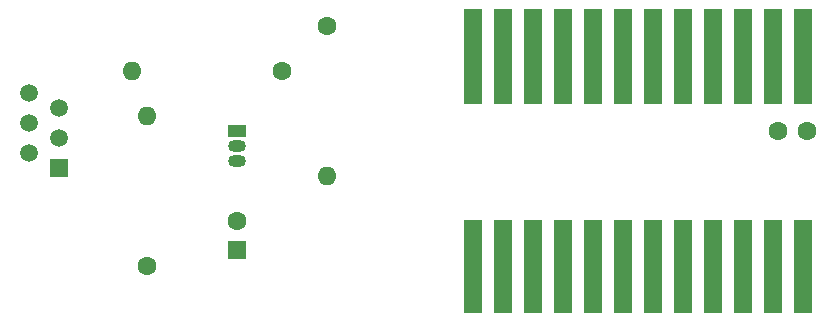
<source format=gbr>
%TF.GenerationSoftware,KiCad,Pcbnew,(6.0.9)*%
%TF.CreationDate,2022-11-22T09:39:27+01:00*%
%TF.ProjectId,esp32_ttgo_capaci.kicad_af,65737033-325f-4747-9467-6f5f63617061,rev?*%
%TF.SameCoordinates,Original*%
%TF.FileFunction,Copper,L2,Bot*%
%TF.FilePolarity,Positive*%
%FSLAX46Y46*%
G04 Gerber Fmt 4.6, Leading zero omitted, Abs format (unit mm)*
G04 Created by KiCad (PCBNEW (6.0.9)) date 2022-11-22 09:39:27*
%MOMM*%
%LPD*%
G01*
G04 APERTURE LIST*
%TA.AperFunction,ComponentPad*%
%ADD10C,1.600000*%
%TD*%
%TA.AperFunction,ComponentPad*%
%ADD11O,1.600000X1.600000*%
%TD*%
%TA.AperFunction,ComponentPad*%
%ADD12R,1.600000X1.600000*%
%TD*%
%TA.AperFunction,ComponentPad*%
%ADD13R,1.500000X1.050000*%
%TD*%
%TA.AperFunction,ComponentPad*%
%ADD14O,1.500000X1.050000*%
%TD*%
%TA.AperFunction,ComponentPad*%
%ADD15R,1.524000X3.000000*%
%TD*%
%TA.AperFunction,ComponentPad*%
%ADD16R,1.520000X1.520000*%
%TD*%
%TA.AperFunction,ComponentPad*%
%ADD17C,1.520000*%
%TD*%
G04 APERTURE END LIST*
D10*
%TO.P,R2,1*%
%TO.N,Net-(MCU1-Pad3)*%
X55880000Y-21590000D03*
D11*
%TO.P,R2,2*%
%TO.N,/3.3 volt*%
X55880000Y-34290000D03*
%TD*%
D12*
%TO.P,C1,1*%
%TO.N,/5 volt*%
X48260000Y-40600000D03*
D10*
%TO.P,C1,2*%
%TO.N,GND*%
X48260000Y-38100000D03*
%TD*%
D13*
%TO.P,Q1,1,C*%
%TO.N,Net-(MCU1-Pad3)*%
X48260000Y-30480000D03*
D14*
%TO.P,Q1,2,B*%
%TO.N,Net-(Q1-Pad2)*%
X48260000Y-31750000D03*
%TO.P,Q1,3,E*%
%TO.N,GND*%
X48260000Y-33020000D03*
%TD*%
D10*
%TO.P,R3,1*%
%TO.N,Net-(Q1-Pad2)*%
X52070000Y-25400000D03*
D11*
%TO.P,R3,2*%
%TO.N,Net-(J1-Pad5)*%
X39370000Y-25400000D03*
%TD*%
D10*
%TO.P,C2,1*%
%TO.N,/5 volt*%
X96520000Y-30480000D03*
%TO.P,C2,2*%
%TO.N,GND*%
X94020000Y-30480000D03*
%TD*%
D15*
%TO.P,MCU1,1,5V*%
%TO.N,/5 volt*%
X96175000Y-24257000D03*
X96175000Y-21590000D03*
X96175000Y-26797000D03*
%TO.P,MCU1,2,GND*%
%TO.N,GND*%
X93635000Y-24257000D03*
X93635000Y-21590000D03*
X93635000Y-26797000D03*
%TO.P,MCU1,3,GPIO27/ADC17/TOUCH7*%
%TO.N,Net-(MCU1-Pad3)*%
X91095000Y-26797000D03*
X91095000Y-24257000D03*
X91095000Y-21590000D03*
%TO.P,MCU1,4,GPIO26/ADC19/DAC2*%
%TO.N,unconnected-(MCU1-Pad4)*%
X88555000Y-21590000D03*
X88555000Y-26797000D03*
X88555000Y-24257000D03*
%TO.P,MCU1,5,GPIO25/ADC18/DAC1*%
%TO.N,unconnected-(MCU1-Pad5)*%
X86015000Y-21590000D03*
X86015000Y-24257000D03*
X86015000Y-26797000D03*
%TO.P,MCU1,6,GPIO33/ADC5/TOUCH8*%
%TO.N,unconnected-(MCU1-Pad6)*%
X83475000Y-26797000D03*
X83475000Y-24257000D03*
X83475000Y-21590000D03*
%TO.P,MCU1,7,GPIO32/ADC4/TOUCH9*%
%TO.N,unconnected-(MCU1-Pad7)*%
X80935000Y-24257000D03*
X80935000Y-21590000D03*
X80935000Y-26797000D03*
%TO.P,MCU1,8,GPIO39/ADC3/SVN*%
%TO.N,unconnected-(MCU1-Pad8)*%
X78395000Y-26797000D03*
X78395000Y-21590000D03*
X78395000Y-24257000D03*
%TO.P,MCU1,9,GPIO38*%
%TO.N,unconnected-(MCU1-Pad9)*%
X75855000Y-21590000D03*
X75855000Y-24257000D03*
X75855000Y-26797000D03*
%TO.P,MCU1,10,GPIO37*%
%TO.N,unconnected-(MCU1-Pad10)*%
X73315000Y-24257000D03*
X73315000Y-26797000D03*
X73315000Y-21590000D03*
%TO.P,MCU1,11,GPIO36/ADC0*%
%TO.N,unconnected-(MCU1-Pad11)*%
X70775000Y-24257000D03*
X70775000Y-21590000D03*
X70775000Y-26797000D03*
%TO.P,MCU1,12,3V3*%
%TO.N,/3.3 volt*%
X68235000Y-21590000D03*
X68235000Y-26797000D03*
X68235000Y-24257000D03*
%TO.P,MCU1,13,3V3*%
%TO.N,unconnected-(MCU1-Pad13)*%
X96175000Y-42037000D03*
X96175000Y-39497000D03*
X96175000Y-44450000D03*
%TO.P,MCU1,14,GND*%
%TO.N,unconnected-(MCU1-Pad14)*%
X93635000Y-44450000D03*
X93635000Y-42037000D03*
X93635000Y-39497000D03*
%TO.P,MCU1,15,GND*%
%TO.N,unconnected-(MCU1-Pad15)*%
X91095000Y-42037000D03*
X91095000Y-39497000D03*
X91095000Y-44450000D03*
%TO.P,MCU1,16,GPIO12/ADC15/TOUCH5*%
%TO.N,unconnected-(MCU1-Pad16)*%
X88555000Y-42037000D03*
X88555000Y-44450000D03*
X88555000Y-39497000D03*
%TO.P,MCU1,17,GPIO13/ADC14/TOUCH4*%
%TO.N,unconnected-(MCU1-Pad17)*%
X86015000Y-39497000D03*
X86015000Y-42037000D03*
X86015000Y-44450000D03*
%TO.P,MCU1,18,GPIO15/ADC13/TOUCH3*%
%TO.N,unconnected-(MCU1-Pad18)*%
X83475000Y-42037000D03*
X83475000Y-39497000D03*
X83475000Y-44450000D03*
%TO.P,MCU1,19,GPIO2/ADC12/TOUCH2*%
%TO.N,unconnected-(MCU1-Pad19)*%
X80935000Y-42037000D03*
X80935000Y-44450000D03*
X80935000Y-39497000D03*
%TO.P,MCU1,20,GPIO17*%
%TO.N,unconnected-(MCU1-Pad20)*%
X78395000Y-44450000D03*
X78395000Y-39497000D03*
X78395000Y-42037000D03*
%TO.P,MCU1,21,GPIO22/I2C_SCL*%
%TO.N,unconnected-(MCU1-Pad21)*%
X75855000Y-42037000D03*
X75855000Y-39497000D03*
X75855000Y-44450000D03*
%TO.P,MCU1,22,GPIO21/I2C_SDA*%
%TO.N,unconnected-(MCU1-Pad22)*%
X73315000Y-42037000D03*
X73315000Y-44450000D03*
X73315000Y-39497000D03*
%TO.P,MCU1,23,GND*%
%TO.N,unconnected-(MCU1-Pad23)*%
X70775000Y-42037000D03*
X70775000Y-39497000D03*
X70775000Y-44450000D03*
%TO.P,MCU1,24,GND*%
%TO.N,unconnected-(MCU1-Pad24)*%
X68235000Y-44450000D03*
X68235000Y-42037000D03*
X68235000Y-39497000D03*
%TD*%
D10*
%TO.P,R1,1*%
%TO.N,/5 volt*%
X40640000Y-41910000D03*
D11*
%TO.P,R1,2*%
%TO.N,Net-(J1-Pad5)*%
X40640000Y-29210000D03*
%TD*%
D16*
%TO.P,J1,1*%
%TO.N,/5 volt*%
X33170000Y-33650000D03*
D17*
%TO.P,J1,2*%
X30630000Y-32380000D03*
%TO.P,J1,3*%
%TO.N,GND*%
X33170000Y-31110000D03*
%TO.P,J1,4*%
%TO.N,unconnected-(J1-Pad4)*%
X30630000Y-29840000D03*
%TO.P,J1,5*%
%TO.N,Net-(J1-Pad5)*%
X33170000Y-28570000D03*
%TO.P,J1,6*%
%TO.N,GND*%
X30630000Y-27300000D03*
%TD*%
M02*

</source>
